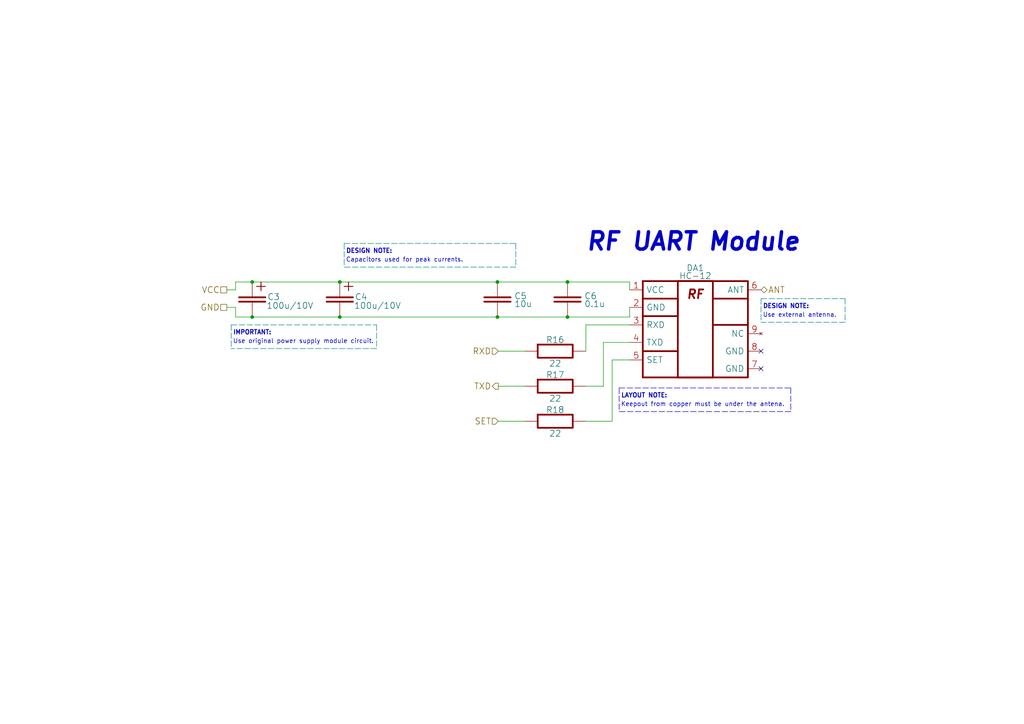
<source format=kicad_sch>
(kicad_sch (version 20211123) (generator eeschema)
  (paper "A4")
  (lib_symbols
    (symbol "Capacitors:C_CAP" (pin_names (offset 0))
      (property "Reference" "C" (at 0 6.35 0))
      (property "Value" "C_CAP" (at 0 -6.35 0))
      (symbol "C_CAP_0_1"
        (polyline (pts (xy -5.08 0) (xy -0.635 0)))
        (polyline (pts (xy -0.635 3.81) (xy -0.635 -3.81)) (stroke (width 0.508)))
        (polyline (pts (xy 0.635 0) (xy 5.08 0)))
        (polyline (pts (xy 0.635 3.81) (xy 0.635 -3.81)) (stroke (width 0.508)))
      )
      (symbol "C_CAP_1_1"
        (pin passive line (at -5.08 0 0) (length 2.54) hide (name "~") (number "1"))
        (pin passive line (at 5.08 0 180) (length 2.54) hide (name "~") (number "2"))
      )
    )
    (symbol "Capacitors:C_CAP_PLUS" (pin_names (offset 0))
      (property "Reference" "C" (at 0 6.35 0))
      (property "Value" "C_CAP_PLUS" (at 0 -6.35 0))
      (symbol "C_CAP_PLUS_0_1"
        (polyline (pts (xy -5.08 0) (xy -0.635 0)))
        (polyline (pts (xy -5.08 2.54) (xy -2.54 2.54)) (stroke (width 0.254)))
        (polyline (pts (xy -3.81 3.81) (xy -3.81 1.27)) (stroke (width 0.254)))
        (polyline (pts (xy -0.635 3.81) (xy -0.635 -3.81)) (stroke (width 0.508)))
        (polyline (pts (xy 0.635 0) (xy 5.08 0)))
        (polyline (pts (xy 0.635 3.81) (xy 0.635 -3.81)) (stroke (width 0.508)))
      )
      (symbol "C_CAP_PLUS_1_1"
        (pin passive line (at -5.08 0 0) (length 2.54) hide (name "+") (number "1"))
        (pin passive line (at 5.08 0 180) (length 2.54) hide (name "-") (number "2"))
      )
    )
    (symbol "Chips:HC-12" (pin_names (offset 1.016))
      (property "Reference" "DA" (at 0 3.81 0))
      (property "Value" "HC-12" (at 0 1.524 0))
      (symbol "HC-12_0_0"
        (pin no_connect line (at 19.0499 -15.2399 180) (length 3.81) (name "NC") (number "9"))
      )
      (symbol "HC-12_0_1"
        (polyline (pts (xy -15.24 -20.32) (xy -5.08 -20.32)) (stroke (width 0.508)))
        (polyline (pts (xy 15.24 -12.7) (xy 5.08 -12.7)) (stroke (width 0.508)))
        (polyline (pts (xy 15.24 -5.08) (xy 5.08 -5.08)) (stroke (width 0.508)))
        (polyline (pts (xy -15.24 -5.08) (xy -5.08 -5.08) (xy -5.08 -10.16) (xy -15.24 -10.16)) (stroke (width 0.508)))
      )
      (symbol "HC-12_1_1"
        (rectangle (start -15.24 0) (end 15.2487 -27.9344) (stroke (width 0.508)))
        (rectangle (start -5.08 0) (end 5.08 -27.94) (stroke (width 0.508)))
        (text "RF" (at 0 -3.81 0) (effects (font (size 2.54 2.54) bold italic)))
        (pin power_in line (at -19.05 -2.54 0) (length 3.81) (name "VCC") (number "1"))
        (pin power_in line (at -19.05 -7.62 0) (length 3.81) (name "GND") (number "2"))
        (pin input line (at -19.05 -12.7 0) (length 3.81) (name "RXD") (number "3"))
        (pin output line (at -19.05 -17.78 0) (length 3.81) (name "TXD") (number "4"))
        (pin input line (at -19.05 -22.86 0) (length 3.81) (name "SET") (number "5"))
        (pin bidirectional line (at 19.05 -2.54 180) (length 3.81) (name "ANT") (number "6"))
        (pin power_in line (at 19.05 -25.4 180) (length 3.81) (name "GND") (number "7"))
        (pin power_in line (at 19.05 -20.32 180) (length 3.81) (name "GND") (number "8"))
      )
    )
    (symbol "Resistors:R_RES" (pin_names (offset 0))
      (property "Reference" "R" (at 0 3.81 0))
      (property "Value" "R_RES" (at 0 -3.81 0))
      (property "Case/Package" "0000" (at 0 -6.35 0))
      (property "Power" "mW" (at 0 -7.874 0))
      (property "Tolerance" "±%" (at 0 -9.652 0))
      (symbol "R_RES_0_1"
        (rectangle (start -5.08 1.905) (end 5.08 -1.905) (stroke (width 0.508)))
        (polyline (pts (xy -8.89 0) (xy -5.08 0)))
        (polyline (pts (xy 5.08 0) (xy 8.89 0)))
      )
      (symbol "R_RES_1_1"
        (pin passive line (at -8.89 0 0) (length 2.54) hide (name "~") (number "1"))
        (pin passive line (at 8.89 0 180) (length 2.54) hide (name "~") (number "2"))
      )
    )
  )
  (junction (at 144.272 91.948))
  (junction (at 73.152 91.948))
  (junction (at 98.552 81.788))
  (junction (at 144.272 81.788))
  (junction (at 164.592 91.948))
  (junction (at 164.592 81.788))
  (junction (at 98.552 91.948))
  (junction (at 73.152 81.788))
  (no_connect (at 220.726 101.854))
  (no_connect (at 220.726 106.934))
  (wire (pts (xy 98.552 91.948) (xy 144.272 91.948)))
  (wire (pts (xy 144.272 81.788) (xy 164.592 81.788)))
  (wire (pts (xy 65.786 84.074) (xy 68.326 84.074)))
  (polyline (pts (xy 67.056 94.234) (xy 109.22 94.234)) (stroke (width 0) (color 0 132 132 1)))
  (polyline (pts (xy 245.11 93.472) (xy 220.726 93.472)) (stroke (width 0) (color 0 132 132 1)))
  (wire (pts (xy 182.626 81.788) (xy 182.626 84.074)))
  (wire (pts (xy 73.152 91.948) (xy 98.552 91.948)))
  (polyline (pts (xy 245.11 86.614) (xy 245.11 93.472)) (stroke (width 0) (color 0 132 132 1)))
  (wire (pts (xy 68.326 91.948) (xy 73.152 91.948)))
  (polyline (pts (xy 229.362 112.522) (xy 229.362 119.38)) (stroke (width 0) (color 0 0 194 1)))
  (wire (pts (xy 144.526 112.014) (xy 152.146 112.014)))
  (wire (pts (xy 175.006 112.014) (xy 175.006 99.314)))
  (wire (pts (xy 98.552 81.788) (xy 144.272 81.788)))
  (polyline (pts (xy 109.22 94.234) (xy 109.22 101.092)) (stroke (width 0) (color 0 132 132 1)))
  (polyline (pts (xy 149.606 77.47) (xy 99.822 77.47)) (stroke (width 0) (color 0 132 132 1)))
  (polyline (pts (xy 99.822 70.612) (xy 149.606 70.612)) (stroke (width 0) (color 0 132 132 1)))
  (polyline (pts (xy 99.822 70.612) (xy 99.822 77.47)) (stroke (width 0) (color 0 132 132 1)))
  (polyline (pts (xy 220.726 86.614) (xy 220.726 93.472)) (stroke (width 0) (color 0 132 132 1)))
  (wire (pts (xy 144.526 122.174) (xy 152.146 122.174)))
  (wire (pts (xy 169.926 112.014) (xy 175.006 112.014)))
  (wire (pts (xy 144.526 101.854) (xy 152.146 101.854)))
  (wire (pts (xy 182.626 91.948) (xy 182.626 89.154)))
  (polyline (pts (xy 179.578 112.522) (xy 179.578 119.38)) (stroke (width 0) (color 0 0 194 1)))
  (wire (pts (xy 182.626 94.234) (xy 169.926 94.234)))
  (wire (pts (xy 68.326 84.074) (xy 68.326 81.788)))
  (wire (pts (xy 169.926 122.174) (xy 177.546 122.174)))
  (polyline (pts (xy 67.056 94.234) (xy 67.056 101.092)) (stroke (width 0) (color 0 132 132 1)))
  (wire (pts (xy 68.326 81.788) (xy 73.152 81.788)))
  (polyline (pts (xy 220.726 86.614) (xy 245.11 86.614)) (stroke (width 0) (color 0 132 132 1)))
  (wire (pts (xy 65.786 89.154) (xy 68.326 89.154)))
  (wire (pts (xy 164.592 91.948) (xy 182.626 91.948)))
  (polyline (pts (xy 229.362 119.38) (xy 179.578 119.38)) (stroke (width 0) (color 0 0 194 1)))
  (polyline (pts (xy 149.606 70.612) (xy 149.606 77.47)) (stroke (width 0) (color 0 132 132 1)))
  (polyline (pts (xy 109.22 101.092) (xy 67.056 101.092)) (stroke (width 0) (color 0 132 132 1)))
  (wire (pts (xy 68.326 89.154) (xy 68.326 91.948)))
  (wire (pts (xy 144.272 91.948) (xy 164.592 91.948)))
  (wire (pts (xy 175.006 99.314) (xy 182.626 99.314)))
  (wire (pts (xy 177.546 104.394) (xy 177.546 122.174)))
  (wire (pts (xy 73.152 81.788) (xy 98.552 81.788)))
  (polyline (pts (xy 179.578 112.522) (xy 229.362 112.522)) (stroke (width 0) (color 0 0 194 1)))
  (wire (pts (xy 177.546 104.394) (xy 182.626 104.394)))
  (wire (pts (xy 164.592 81.788) (xy 182.626 81.788)))
  (wire (pts (xy 169.926 94.234) (xy 169.926 101.854)))
  (text "Use external antenna." (at 221.234 92.202 0) (effects (font (size 1.27 1.27)) (justify left bottom)))
  (text "IMPORTANT:" (at 67.564 97.282 0) (effects (font (size 1.27 1.27) (thickness 0.254) bold) (justify left bottom)))
  (text "DESIGN NOTE:" (at 221.234 89.662 0) (effects (font (size 1.27 1.27) (thickness 0.254) bold) (justify left bottom)))
  (text "RF UART Module" (at 169.672 73.152 0) (effects (font (size 5.0038 5.0038) (thickness 1.0008) bold italic) (justify left bottom)))
  (text "Keepout from copper must be under the antena." (at 180.086 118.11 0) (effects (font (size 1.27 1.27)) (justify left bottom)))
  (text "Use original power supply module circuit." (at 67.564 99.822 0) (effects (font (size 1.27 1.27)) (justify left bottom)))
  (text "Capacitors used for peak currents." (at 100.33 76.2 0) (effects (font (size 1.27 1.27)) (justify left bottom)))
  (text "DESIGN NOTE:" (at 100.33 73.66 0) (effects (font (size 1.27 1.27) (thickness 0.254) bold) (justify left bottom)))
  (text "LAYOUT NOTE:" (at 180.086 115.57 0) (effects (font (size 1.27 1.27) (thickness 0.254) bold) (justify left bottom)))
  (hierarchical_label "ANT" (shape bidirectional) (at 220.726 84.074 0) (effects (font (size 1.778 1.778))))
  (hierarchical_label "GND" (shape passive) (at 65.786 89.154 180) (effects (font (size 1.778 1.778))))
  (hierarchical_label "VCC" (shape passive) (at 65.786 84.074 180) (effects (font (size 1.778 1.778))))
  (hierarchical_label "RXD" (shape input) (at 144.526 101.854 180) (effects (font (size 1.778 1.778))))
  (hierarchical_label "TXD" (shape output) (at 144.526 112.014 180) (effects (font (size 1.778 1.778))))
  (hierarchical_label "SET" (shape input) (at 144.526 122.174 180) (effects (font (size 1.778 1.778))))
  (symbol (lib_id "Resistors:R_RES") (at 161.036 122.174 180) (unit 1)
    (property "Reference" "R18" (at 161.036 118.872 0) (effects (font (size 1.778 1.778))))
    (property "Value" "22" (at 161.036 125.73 0) (effects (font (size 1.778 1.778))))
    (property "Footprint" "Resistor_SMD:R_0603_1608Metric" (effects hide))
    (property "Case/Package" "0000" (effects hide))
    (property "Power" "mW" (effects hide))
    (property "Tolerance" "±%" (effects hide))
  )
  (symbol (lib_id "Resistors:R_RES") (at 161.036 112.014 180) (unit 1)
    (property "Reference" "R17" (at 161.036 108.712 0) (effects (font (size 1.778 1.778))))
    (property "Value" "22" (at 161.036 115.57 0) (effects (font (size 1.778 1.778))))
    (property "Footprint" "Resistor_SMD:R_0603_1608Metric" (effects hide))
    (property "Case/Package" "0000" (effects hide))
    (property "Power" "mW" (effects hide))
    (property "Tolerance" "±%" (effects hide))
  )
  (symbol (lib_id "Capacitors:C_CAP") (at 144.272 86.868 270) (unit 1)
    (property "Reference" "C5" (at 149.098 85.8521 90) (effects (font (size 1.778 1.778)) (justify left)))
    (property "Value" "10u" (at 149.098 88.1381 90) (effects (font (size 1.778 1.778)) (justify left)))
    (property "Footprint" "Capacitor_SMD:C_1206_3216Metric_Pad1.42x1.75mm_HandSolder" (effects hide))
  )
  (symbol (lib_id "Resistors:R_RES") (at 161.036 101.854 180) (unit 1)
    (property "Reference" "R16" (at 161.036 98.552 0) (effects (font (size 1.778 1.778))))
    (property "Value" "22" (at 161.036 105.41 0) (effects (font (size 1.778 1.778))))
    (property "Footprint" "Resistor_SMD:R_0603_1608Metric" (effects hide))
    (property "Case/Package" "0000" (effects hide))
    (property "Power" "mW" (effects hide))
    (property "Tolerance" "±%" (effects hide))
  )
  (symbol (lib_id "Capacitors:C_CAP_PLUS") (at 73.152 86.868 270) (unit 1)
    (property "Reference" "C3" (at 77.47 86.106 90) (effects (font (size 1.778 1.778)) (justify left)))
    (property "Value" "100u/10V" (at 77.216 88.646 90) (effects (font (size 1.778 1.778)) (justify left)))
    (property "Footprint" "Capacitor_Tantalum_SMD:CP_EIA-6032-28_Kemet-C" (effects hide))
  )
  (symbol (lib_id "Capacitors:C_CAP_PLUS") (at 98.552 86.868 270) (unit 1)
    (property "Reference" "C4" (at 102.87 86.106 90) (effects (font (size 1.778 1.778)) (justify left)))
    (property "Value" "100u/10V" (at 102.616 88.646 90) (effects (font (size 1.778 1.778)) (justify left)))
    (property "Footprint" "Capacitor_Tantalum_SMD:CP_EIA-6032-28_Kemet-C" (effects hide))
  )
  (symbol (lib_id "Chips:HC-12") (at 201.676 81.534 0) (unit 1)
    (property "Reference" "DA1" (at 201.676 77.724 0) (effects (font (size 1.778 1.778))))
    (property "Value" "HC-12" (at 201.676 80.01 0) (effects (font (size 1.778 1.778))))
    (property "Footprint" "RF_Module:HC12_PLS" (effects hide))
  )
  (symbol (lib_id "Capacitors:C_CAP") (at 164.592 86.868 270) (unit 1)
    (property "Reference" "C6" (at 169.418 85.8521 90) (effects (font (size 1.778 1.778)) (justify left)))
    (property "Value" "0.1u" (at 169.418 88.1381 90) (effects (font (size 1.778 1.778)) (justify left)))
    (property "Footprint" "Capacitor_SMD:C_0603_1608Metric" (effects hide))
  )
)
</source>
